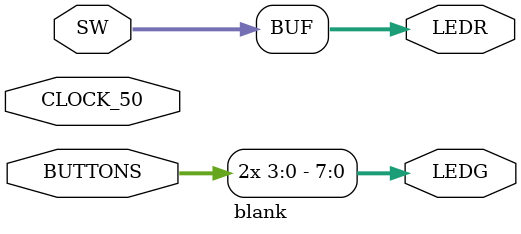
<source format=v>
module blank
(
	//Clock Input
//	input [1:0] CLOCK_24,  // 24 MHz
//	input [1:0] CLOCK_27,  // 27 MHz
	input       CLOCK_50,  // 50 MHz
//	input       EXT_CLOCK, // External Clock

	// Push Button
	input [3:0] BUTTONS, // Active - LOW

	// DPDT Switch
	input [9:0] SW, // Active - HIGH
	
	// LED, Active - HIGH
	output [9:0] LEDR,
	output [7:0] LEDG


	//7-SEG Dispaly, Active - LOW
//	output [6:0] HEX0,
//	output [6:0] HEX1,
//	output [6:0] HEX2,
//	output [6:0] HEX3,

	// UART
//	output UART_TXD,
//	input  UART_RXD,

	// VGA
//	output VGA_HS,      // VGA H_SYNC
//	output VGA_VS,      // VGA V_SYNC
//	output [3:0] VGA_R, // VGA Red[3:0]
//	output [3:0] VGA_G, // VGA Green[3:0]
//	output [3:0] VGA_B, // VGA Blue[3:0]

	// Audio CODEC
//	inout  AUD_ADCLRCK, // ADC LR Clock
//	input  AUD_ADCDAT,  // ADC Data
//	inout  AUD_DACLRCK, // DAC LR Clock
//	output AUD_DACDAT,  // DAC Data
//	inout  AUD_BCLK,    // Bit-Stream Clock
//	output AUD_XCK,     // Chip Clock

	// SRAM Interface
//	inout  [15:0] SRAM_DQ,   // Data bus 16 Bits
//	output [17:0] SRAM_ADDR, // Address bus 18 Bits
//	output SRAM_UB_N,        // High-byte Data Mask 
//	output SRAM_LB_N,        // Low-byte Data Mask 
//	output SRAM_WE_N,        // Write Enable
//	output SRAM_CE_N,        // Chip Enable
//	output SRAM_OE_N,        // Output Enable

	// SDRAM
//	inout  [15:0] DRAM_DQ,   // SDRAM Data bus 16 Bits
//	output [11:0] DRAM_ADDR, // SDRAM Address bus 12 Bits
//	output DRAM_LDQM,        // SDRAM Low-byte Data Mask 
//	output DRAM_UDQM,        // SDRAM High-byte Data Mask
//	output DRAM_WE_N,        // SDRAM Write Enable
//	output DRAM_CAS_N,       // SDRAM Column Address Strobe
//	output DRAM_RAS_N,       // SDRAM Row Address Strobe
//	output DRAM_CS_N,        // SDRAM Chip Select
//	output DRAM_BA_0,        // SDRAM Bank Address 0
//	output DRAM_BA_1,        // SDRAM Bank Address 0
//	output DRAM_CLK,         // SDRAM Clock
//	output DRAM_CKE,         // SDRAM Clock Enable

	// Flash Interface
//	inout  [7:0]  FL_DQ,   // Data bus 8 Bits
//	output [21:0] FL_ADDR, // Address bus 22 Bits
//	output FL_WE_N,        // Write Enable
//	output FL_RST_N,       // Reset
//	output FL_OE_N,        // Output Enable
//	output FL_CE_N,        // Chip Enable
	
	// SD Card Interface
//	inout  SD_DAT,  //Data
//	inout  SD_DAT3, //Data 3
//	inout  SD_CMD,  //Command Signal
//	output SD_CLK,  //Clock
	
	// I2C
//	inout  I2C_SDAT,
//	output I2C_SCLK,

	// PS2
//	input PS2_DAT,
//	input PS2_CLK,

	// USB JTAG link
//	input  TDI, // CPLD -> FPGA (data in)
//	input  TCK, // CPLD -> FPGA (clk)
//	input  TCS, // CPLD -> FPGA (CS)
//	output TDO, // FPGA -> CPLD (data out)

	// GPIO
//	input[35:0] GPIO_0, // GPIO Connection 0
//	input[35:0] GPIO_1  // GPIO Connection 1
);

assign LEDR = SW;
assign LEDG = {BUTTONS, BUTTONS};


endmodule

</source>
